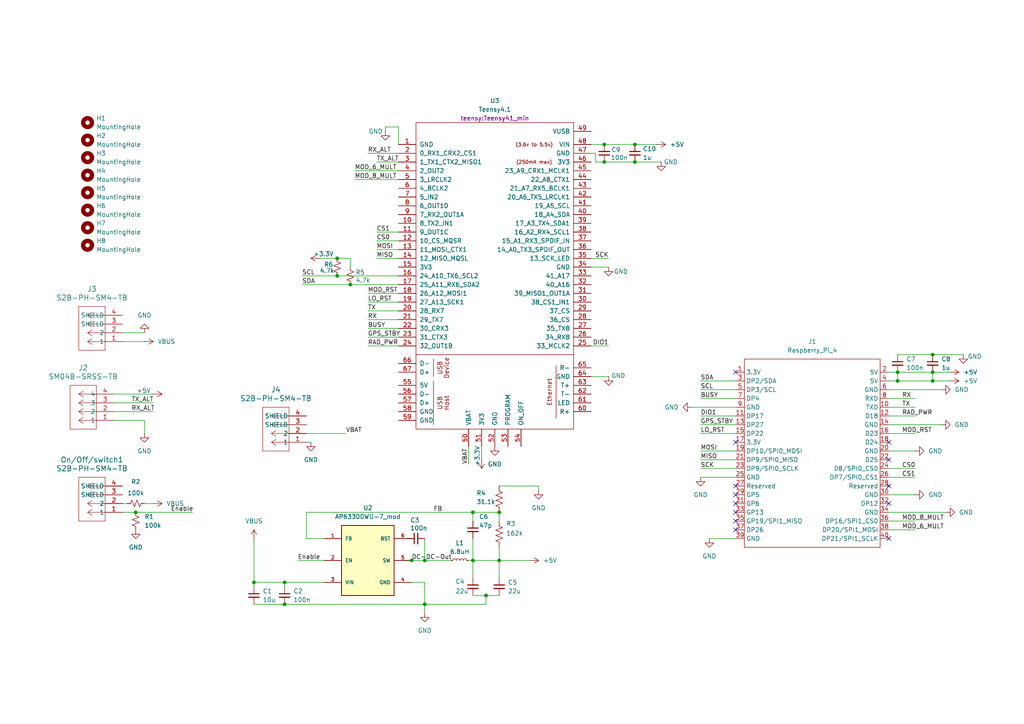
<source format=kicad_sch>
(kicad_sch (version 20231120) (generator "eeschema") (generator_version "8.0")
  (paper "A4")
  (lib_symbols
    (symbol "AP63300WU-7:AP63300WU-7_mod" (pin_names (offset 1.016))
      (property "Reference" "U4" (at 0 15.24 0))
      (property "Value" "AP63300WU-7_mod" (at 0 12.7 0))
      (symbol "AP63300WU-7_mod_0_0"
        (rectangle (start -7.62 -10.16) (end 7.62 10.16) (stroke (width 0.254)) (fill (type background)))
        (pin input line (at -12.7 6.35 0) (length 5.08) (name "FB") (number "1"))
        (pin input line (at -12.7 0 0) (length 5.08) (name "EN") (number "2"))
        (pin power_in line (at -12.7 -6.35 0) (length 5.08) (name "VIN") (number "3"))
        (pin power_in line (at 12.7 -6.35 180) (length 5.08) (name "GND") (number "4"))
        (pin output line (at 12.7 0 180) (length 5.08) (name "SW") (number "5"))
        (pin input line (at 12.7 6.35 180) (length 5.08) (name "BST") (number "6"))
      )
    )
    (symbol "Device:C_Small" (pin_numbers hide) (pin_names (offset 0.254) hide)
      (property "Reference" "C" (at 0.254 1.778 0))
      (property "Value" "C_Small" (at 0.254 -2.032 0))
      (symbol "C_Small_0_1"
        (polyline (pts (xy -1.524 -0.508) (xy 1.524 -0.508)) (stroke (width 0.3302)))
        (polyline (pts (xy -1.524 0.508) (xy 1.524 0.508)) (stroke (width 0.3048)))
      )
      (symbol "C_Small_1_1"
        (pin passive line (at 0 2.54 270) (length 2.032) (name "~") (number "1"))
        (pin passive line (at 0 -2.54 90) (length 2.032) (name "~") (number "2"))
      )
    )
    (symbol "Device:L_Small" (pin_numbers hide) (pin_names (offset 0.254) hide)
      (property "Reference" "L" (at 0.762 1.016 0))
      (property "Value" "L_Small" (at 0.762 -1.016 0))
      (symbol "L_Small_0_1"
        (arc (start 0 -2.032) (mid 0.5058 -1.524) (end 0 -1.016))
        (arc (start 0 -1.016) (mid 0.5058 -0.508) (end 0 0))
        (arc (start 0 0) (mid 0.5058 0.508) (end 0 1.016))
        (arc (start 0 1.016) (mid 0.5058 1.524) (end 0 2.032))
      )
      (symbol "L_Small_1_1"
        (pin passive line (at 0 2.54 270) (length 0.508) (name "~") (number "1"))
        (pin passive line (at 0 -2.54 90) (length 0.508) (name "~") (number "2"))
      )
    )
    (symbol "Device:R_Small_US" (pin_numbers hide) (pin_names (offset 0.254) hide)
      (property "Reference" "R" (at 0.762 0.508 0))
      (property "Value" "R_Small_US" (at 0.762 -1.016 0))
      (symbol "R_Small_US_1_1"
        (polyline (pts (xy 0 0) (xy 1.016 -0.381) (xy 0 -0.762) (xy -1.016 -1.143) (xy 0 -1.524)))
        (polyline (pts (xy 0 1.524) (xy 1.016 1.143) (xy 0 0.762) (xy -1.016 0.381) (xy 0 0)))
        (pin passive line (at 0 2.54 270) (length 1.016) (name "~") (number "1"))
        (pin passive line (at 0 -2.54 90) (length 1.016) (name "~") (number "2"))
      )
    )
    (symbol "Device:R_US" (pin_numbers hide) (pin_names (offset 0))
      (property "Reference" "R" (at 2.54 0 90))
      (property "Value" "R_US" (at -2.54 0 90))
      (symbol "R_US_0_1"
        (polyline (pts (xy 0 -2.286) (xy 0 -2.54)))
        (polyline (pts (xy 0 2.286) (xy 0 2.54)))
        (polyline (pts (xy 0 -0.762) (xy 1.016 -1.143) (xy 0 -1.524) (xy -1.016 -1.905) (xy 0 -2.286)))
        (polyline (pts (xy 0 0.762) (xy 1.016 0.381) (xy 0 0) (xy -1.016 -0.381) (xy 0 -0.762)))
        (polyline (pts (xy 0 2.286) (xy 1.016 1.905) (xy 0 1.524) (xy -1.016 1.143) (xy 0 0.762)))
      )
      (symbol "R_US_1_1"
        (pin passive line (at 0 3.81 270) (length 1.27) (name "~") (number "1"))
        (pin passive line (at 0 -3.81 90) (length 1.27) (name "~") (number "2"))
      )
    )
    (symbol "JST PH 2pin:S2B-PH-SM4-TB" (pin_names (offset 0.254))
      (property "Reference" "J" (at 8.89 6.35 0))
      (property "Value" "S2B-PH-SM4-TB" (at 0 0 0))
      (symbol "S2B-PH-SM4-TB_1_1"
        (polyline (pts (xy 5.08 -10.16) (xy 12.7 -10.16)) (stroke (width 0.127)))
        (polyline (pts (xy 5.08 2.54) (xy 5.08 -10.16)) (stroke (width 0.127)))
        (polyline (pts (xy 10.16 -7.62) (xy 5.08 -7.62)) (stroke (width 0.127)))
        (polyline (pts (xy 10.16 -7.62) (xy 8.89 -8.4667)) (stroke (width 0.127)))
        (polyline (pts (xy 10.16 -7.62) (xy 8.89 -6.7733)) (stroke (width 0.127)))
        (polyline (pts (xy 10.16 -5.08) (xy 5.08 -5.08)) (stroke (width 0.127)))
        (polyline (pts (xy 10.16 -5.08) (xy 8.89 -5.9267)) (stroke (width 0.127)))
        (polyline (pts (xy 10.16 -5.08) (xy 8.89 -4.2333)) (stroke (width 0.127)))
        (polyline (pts (xy 10.16 -2.54) (xy 5.08 -2.54)) (stroke (width 0.127)))
        (polyline (pts (xy 10.16 -2.54) (xy 8.89 -3.3867)) (stroke (width 0.127)))
        (polyline (pts (xy 10.16 -2.54) (xy 8.89 -1.6933)) (stroke (width 0.127)))
        (polyline (pts (xy 10.16 0) (xy 5.08 0)) (stroke (width 0.127)))
        (polyline (pts (xy 10.16 0) (xy 8.89 -0.8467)) (stroke (width 0.127)))
        (polyline (pts (xy 10.16 0) (xy 8.89 0.8467)) (stroke (width 0.127)))
        (polyline (pts (xy 12.7 -10.16) (xy 12.7 2.54)) (stroke (width 0.127)))
        (polyline (pts (xy 12.7 2.54) (xy 5.08 2.54)) (stroke (width 0.127)))
        (pin unspecified line (at 0 0 0) (length 5.08) (name "1") (number "1"))
        (pin unspecified line (at 0 -2.54 0) (length 5.08) (name "2") (number "2"))
        (pin unspecified line (at 0 -5.08 0) (length 5.08) (name "SHIELD") (number "3"))
        (pin unspecified line (at 0 -7.62 0) (length 5.08) (name "SHIELD") (number "4"))
      )
      (symbol "S2B-PH-SM4-TB_1_2"
        (polyline (pts (xy 5.08 -10.16) (xy 12.7 -10.16)) (stroke (width 0.127)))
        (polyline (pts (xy 5.08 2.54) (xy 5.08 -10.16)) (stroke (width 0.127)))
        (polyline (pts (xy 7.62 -7.62) (xy 5.08 -7.62)) (stroke (width 0.127)))
        (polyline (pts (xy 7.62 -7.62) (xy 8.89 -8.4667)) (stroke (width 0.127)))
        (polyline (pts (xy 7.62 -7.62) (xy 8.89 -6.7733)) (stroke (width 0.127)))
        (polyline (pts (xy 7.62 -5.08) (xy 5.08 -5.08)) (stroke (width 0.127)))
        (polyline (pts (xy 7.62 -5.08) (xy 8.89 -5.9267)) (stroke (width 0.127)))
        (polyline (pts (xy 7.62 -5.08) (xy 8.89 -4.2333)) (stroke (width 0.127)))
        (polyline (pts (xy 7.62 -2.54) (xy 5.08 -2.54)) (stroke (width 0.127)))
        (polyline (pts (xy 7.62 -2.54) (xy 8.89 -3.3867)) (stroke (width 0.127)))
        (polyline (pts (xy 7.62 -2.54) (xy 8.89 -1.6933)) (stroke (width 0.127)))
        (polyline (pts (xy 7.62 0) (xy 5.08 0)) (stroke (width 0.127)))
        (polyline (pts (xy 7.62 0) (xy 8.89 -0.8467)) (stroke (width 0.127)))
        (polyline (pts (xy 7.62 0) (xy 8.89 0.8467)) (stroke (width 0.127)))
        (polyline (pts (xy 12.7 -10.16) (xy 12.7 2.54)) (stroke (width 0.127)))
        (polyline (pts (xy 12.7 2.54) (xy 5.08 2.54)) (stroke (width 0.127)))
        (pin unspecified line (at 0 0 0) (length 5.08) (name "1") (number "1"))
        (pin unspecified line (at 0 -2.54 0) (length 5.08) (name "2") (number "2"))
        (pin unspecified line (at 0 -5.08 0) (length 5.08) (name "SHIELD") (number "3"))
        (pin unspecified line (at 0 -7.62 0) (length 5.08) (name "SHIELD") (number "4"))
      )
    )
    (symbol "JST SH 4pin:SM04B-SRSS-TB" (pin_names (offset 0.254))
      (property "Reference" "J" (at 8.89 6.35 0))
      (property "Value" "SM04B-SRSS-TB" (at 0 0 0))
      (symbol "SM04B-SRSS-TB_1_1"
        (polyline (pts (xy 5.08 -10.16) (xy 12.7 -10.16)) (stroke (width 0.127)))
        (polyline (pts (xy 5.08 2.54) (xy 5.08 -10.16)) (stroke (width 0.127)))
        (polyline (pts (xy 10.16 -7.62) (xy 5.08 -7.62)) (stroke (width 0.127)))
        (polyline (pts (xy 10.16 -7.62) (xy 8.89 -8.4667)) (stroke (width 0.127)))
        (polyline (pts (xy 10.16 -7.62) (xy 8.89 -6.7733)) (stroke (width 0.127)))
        (polyline (pts (xy 10.16 -5.08) (xy 5.08 -5.08)) (stroke (width 0.127)))
        (polyline (pts (xy 10.16 -5.08) (xy 8.89 -5.9267)) (stroke (width 0.127)))
        (polyline (pts (xy 10.16 -5.08) (xy 8.89 -4.2333)) (stroke (width 0.127)))
        (polyline (pts (xy 10.16 -2.54) (xy 5.08 -2.54)) (stroke (width 0.127)))
        (polyline (pts (xy 10.16 -2.54) (xy 8.89 -3.3867)) (stroke (width 0.127)))
        (polyline (pts (xy 10.16 -2.54) (xy 8.89 -1.6933)) (stroke (width 0.127)))
        (polyline (pts (xy 10.16 0) (xy 5.08 0)) (stroke (width 0.127)))
        (polyline (pts (xy 10.16 0) (xy 8.89 -0.8467)) (stroke (width 0.127)))
        (polyline (pts (xy 10.16 0) (xy 8.89 0.8467)) (stroke (width 0.127)))
        (polyline (pts (xy 12.7 -10.16) (xy 12.7 2.54)) (stroke (width 0.127)))
        (polyline (pts (xy 12.7 2.54) (xy 5.08 2.54)) (stroke (width 0.127)))
        (pin unspecified line (at 0 0 0) (length 5.08) (name "1") (number "1"))
        (pin unspecified line (at 0 -2.54 0) (length 5.08) (name "2") (number "2"))
        (pin unspecified line (at 0 -5.08 0) (length 5.08) (name "3") (number "3"))
        (pin unspecified line (at 0 -7.62 0) (length 5.08) (name "4") (number "4"))
      )
      (symbol "SM04B-SRSS-TB_1_2"
        (polyline (pts (xy 5.08 -10.16) (xy 12.7 -10.16)) (stroke (width 0.127)))
        (polyline (pts (xy 5.08 2.54) (xy 5.08 -10.16)) (stroke (width 0.127)))
        (polyline (pts (xy 7.62 -7.62) (xy 5.08 -7.62)) (stroke (width 0.127)))
        (polyline (pts (xy 7.62 -7.62) (xy 8.89 -8.4667)) (stroke (width 0.127)))
        (polyline (pts (xy 7.62 -7.62) (xy 8.89 -6.7733)) (stroke (width 0.127)))
        (polyline (pts (xy 7.62 -5.08) (xy 5.08 -5.08)) (stroke (width 0.127)))
        (polyline (pts (xy 7.62 -5.08) (xy 8.89 -5.9267)) (stroke (width 0.127)))
        (polyline (pts (xy 7.62 -5.08) (xy 8.89 -4.2333)) (stroke (width 0.127)))
        (polyline (pts (xy 7.62 -2.54) (xy 5.08 -2.54)) (stroke (width 0.127)))
        (polyline (pts (xy 7.62 -2.54) (xy 8.89 -3.3867)) (stroke (width 0.127)))
        (polyline (pts (xy 7.62 -2.54) (xy 8.89 -1.6933)) (stroke (width 0.127)))
        (polyline (pts (xy 7.62 0) (xy 5.08 0)) (stroke (width 0.127)))
        (polyline (pts (xy 7.62 0) (xy 8.89 -0.8467)) (stroke (width 0.127)))
        (polyline (pts (xy 7.62 0) (xy 8.89 0.8467)) (stroke (width 0.127)))
        (polyline (pts (xy 12.7 -10.16) (xy 12.7 2.54)) (stroke (width 0.127)))
        (polyline (pts (xy 12.7 2.54) (xy 5.08 2.54)) (stroke (width 0.127)))
        (pin unspecified line (at 0 0 0) (length 5.08) (name "1") (number "1"))
        (pin unspecified line (at 0 -2.54 0) (length 5.08) (name "2") (number "2"))
        (pin unspecified line (at 0 -5.08 0) (length 5.08) (name "3") (number "3"))
        (pin unspecified line (at 0 -7.62 0) (length 5.08) (name "4") (number "4"))
      )
    )
    (symbol "Mechanical:MountingHole" (pin_names (offset 1.016)) (exclude_from_sim yes) (in_bom no)
      (property "Reference" "H" (at 0 5.08 0))
      (property "Value" "MountingHole" (at 0 3.175 0))
      (symbol "MountingHole_0_1"
        (circle (center 0 0) (radius 1.27) (stroke (width 1.27)))
      )
    )
    (symbol "PI4:Raspberry_Pi_4_headers"
      (property "Reference" "J1" (at 0.635 34.29 0))
      (property "Value" "Raspberry_Pi_4" (at 0.635 31.75 0))
      (symbol "Raspberry_Pi_4_headers_0_1"
        (rectangle (start -19.05 29.21) (end 20.32 -25.4))
      )
      (symbol "Raspberry_Pi_4_headers_1_1"
        (pin power_in line (at -21.59 25.4 0) (length 2.54) (name "3.3V") (number "1"))
        (pin bidirectional line (at 22.86 15.24 180) (length 2.54) (name "TXD") (number "10"))
        (pin bidirectional line (at -21.59 12.7 0) (length 2.54) (name "DP17") (number "11"))
        (pin bidirectional line (at 22.86 12.7 180) (length 2.54) (name "D18") (number "12"))
        (pin bidirectional line (at -21.59 10.16 0) (length 2.54) (name "DP27") (number "13"))
        (pin power_in line (at 22.86 10.16 180) (length 2.54) (name "GND") (number "14"))
        (pin bidirectional line (at -21.59 7.62 0) (length 2.54) (name "DP22") (number "15"))
        (pin bidirectional line (at 22.86 7.62 180) (length 2.54) (name "D23") (number "16"))
        (pin power_in line (at -21.59 5.08 0) (length 2.54) (name "3.3V") (number "17"))
        (pin bidirectional line (at 22.86 5.08 180) (length 2.54) (name "D24") (number "18"))
        (pin bidirectional line (at -21.59 2.54 0) (length 2.54) (name "DP10/SPI0_MOSI") (number "19"))
        (pin power_in line (at 22.86 25.4 180) (length 2.54) (name "5V") (number "2"))
        (pin power_in line (at 22.86 2.54 180) (length 2.54) (name "GND") (number "20"))
        (pin bidirectional line (at -21.59 0 0) (length 2.54) (name "DP9/SPI0_MISO") (number "21"))
        (pin bidirectional line (at 22.86 0 180) (length 2.54) (name "D25") (number "22"))
        (pin bidirectional line (at -21.59 -2.54 0) (length 2.54) (name "DP9/SPI0_SCLK") (number "23"))
        (pin bidirectional line (at 22.86 -2.54 180) (length 2.54) (name "D8/SPI0_CS0") (number "24"))
        (pin power_in line (at -21.59 -5.08 0) (length 2.54) (name "GND") (number "25"))
        (pin bidirectional line (at 22.86 -5.08 180) (length 2.54) (name "DP7/SPI0_CS1") (number "26"))
        (pin bidirectional line (at -21.59 -7.62 0) (length 2.54) (name "Reserved") (number "27"))
        (pin no_connect line (at 22.86 -7.62 180) (length 2.54) (name "Reserved") (number "28"))
        (pin bidirectional line (at -21.59 -10.16 0) (length 2.54) (name "GP5") (number "29"))
        (pin bidirectional line (at -21.59 22.86 0) (length 2.54) (name "DP2/SDA") (number "3"))
        (pin power_in line (at 22.86 -10.16 180) (length 2.54) (name "GND") (number "30"))
        (pin bidirectional line (at -21.59 -12.7 0) (length 2.54) (name "GP6") (number "31"))
        (pin bidirectional line (at 22.86 -12.7 180) (length 2.54) (name "DP12") (number "32"))
        (pin bidirectional line (at -21.59 -15.24 0) (length 2.54) (name "GP13") (number "33"))
        (pin power_in line (at 22.86 -15.24 180) (length 2.54) (name "GND") (number "34"))
        (pin bidirectional line (at -21.59 -17.78 0) (length 2.54) (name "GP19/SPI1_MISO") (number "35"))
        (pin bidirectional line (at 22.86 -17.78 180) (length 2.54) (name "DP16/SPI1_CS0") (number "36"))
        (pin bidirectional line (at -21.59 -20.32 0) (length 2.54) (name "DP26") (number "37"))
        (pin bidirectional line (at 22.86 -20.32 180) (length 2.54) (name "DP20/SPI1_MOSI") (number "38"))
        (pin bidirectional line (at -21.59 -22.86 0) (length 2.54) (name "GND") (number "39"))
        (pin power_in line (at 22.86 22.86 180) (length 2.54) (name "5V") (number "4"))
        (pin bidirectional line (at 22.86 -22.86 180) (length 2.54) (name "DP21/SPI1_SCLK") (number "40"))
        (pin bidirectional line (at -21.59 20.32 0) (length 2.54) (name "DP3/SCL") (number "5"))
        (pin power_in line (at 22.86 20.32 180) (length 2.54) (name "GND") (number "6"))
        (pin bidirectional line (at -21.59 17.78 0) (length 2.54) (name "DP4") (number "7"))
        (pin bidirectional line (at 22.86 17.78 180) (length 2.54) (name "RXD") (number "8"))
        (pin power_in line (at -21.59 15.24 0) (length 2.54) (name "GND") (number "9"))
      )
    )
    (symbol "power:+3.3V" (power) (pin_numbers hide) (pin_names (offset 0) hide)
      (property "Value" "+3.3V" (at 0 3.556 0))
      (symbol "+3.3V_0_1"
        (polyline (pts (xy -0.762 1.27) (xy 0 2.54)))
        (polyline (pts (xy 0 0) (xy 0 2.54)))
        (polyline (pts (xy 0 2.54) (xy 0.762 1.27)))
      )
      (symbol "+3.3V_1_1"
        (pin power_in line (at 0 0 90) (length 0) (name "~") (number "1"))
      )
    )
    (symbol "power:+5V" (power) (pin_numbers hide) (pin_names (offset 0) hide)
      (property "Value" "+5V" (at 0 3.556 0))
      (symbol "+5V_0_1"
        (polyline (pts (xy -0.762 1.27) (xy 0 2.54)))
        (polyline (pts (xy 0 0) (xy 0 2.54)))
        (polyline (pts (xy 0 2.54) (xy 0.762 1.27)))
      )
      (symbol "+5V_1_1"
        (pin power_in line (at 0 0 90) (length 0) (name "~") (number "1"))
      )
    )
    (symbol "power:GND" (power) (pin_numbers hide) (pin_names (offset 0) hide)
      (property "Value" "GND" (at 0 -3.81 0))
      (symbol "GND_0_1"
        (polyline (pts (xy 0 0) (xy 0 -1.27) (xy 1.27 -1.27) (xy 0 -2.54) (xy -1.27 -1.27) (xy 0 -1.27)))
      )
      (symbol "GND_1_1"
        (pin power_in line (at 0 0 270) (length 0) (name "~") (number "1"))
      )
    )
    (symbol "power:VBUS" (power) (pin_numbers hide) (pin_names (offset 0) hide)
      (property "Value" "VBUS" (at 0 3.556 0))
      (symbol "VBUS_0_1"
        (polyline (pts (xy -0.762 1.27) (xy 0 2.54)))
        (polyline (pts (xy 0 0) (xy 0 2.54)))
        (polyline (pts (xy 0 2.54) (xy 0.762 1.27)))
      )
      (symbol "VBUS_1_1"
        (pin power_in line (at 0 0 90) (length 0) (name "~") (number "1"))
      )
    )
    (symbol "teensy:Teensy4.1" (pin_names (offset 1.016))
      (property "Reference" "U" (at 0 64.77 0))
      (property "Value" "Teensy4.1" (at 0 62.23 0))
      (symbol "Teensy4.1_0_0"
        (polyline (pts (xy -22.86 -6.35) (xy 22.86 -6.35)))
        (polyline (pts (xy -17.78 -26.67) (xy -17.78 -13.97)))
        (polyline (pts (xy -17.78 -7.62) (xy -17.78 -12.7)))
        (polyline (pts (xy 17.78 -9.525) (xy 17.78 -24.765)))
        (text "(250mA max)" (at 11.43 49.53 0) (effects (font (size 1.016 1.016))))
        (text "(3.6v to 5.5v)" (at 11.43 54.61 0) (effects (font (size 1.016 1.016))))
        (text "Device" (at -13.97 -10.16 900) (effects (font (size 1.27 1.27))))
        (text "Ethernet" (at 15.875 -17.145 900) (effects (font (size 1.27 1.27))))
        (text "Host" (at -13.97 -20.32 900) (effects (font (size 1.27 1.27))))
        (text "USB" (at -15.875 -20.32 900) (effects (font (size 1.27 1.27))))
        (text "USB" (at -15.875 -10.16 900) (effects (font (size 1.27 1.27))))
        (pin bidirectional line (at -27.94 31.75 0) (length 5.08) (name "8_TX2_IN1") (number "10"))
        (pin bidirectional line (at -27.94 29.21 0) (length 5.08) (name "9_OUT1C") (number "11"))
        (pin bidirectional line (at -27.94 26.67 0) (length 5.08) (name "10_CS_MQSR") (number "12"))
        (pin bidirectional line (at -27.94 24.13 0) (length 5.08) (name "11_MOSI_CTX1") (number "13"))
        (pin bidirectional line (at -27.94 21.59 0) (length 5.08) (name "12_MISO_MQSL") (number "14"))
        (pin power_in line (at -27.94 19.05 0) (length 5.08) (name "3V3") (number "15"))
        (pin bidirectional line (at -27.94 16.51 0) (length 5.08) (name "24_A10_TX6_SCL2") (number "16"))
        (pin bidirectional line (at -27.94 13.97 0) (length 5.08) (name "25_A11_RX6_SDA2") (number "17"))
        (pin bidirectional line (at -27.94 11.43 0) (length 5.08) (name "26_A12_MOSI1") (number "18"))
        (pin bidirectional line (at -27.94 8.89 0) (length 5.08) (name "27_A13_SCK1") (number "19"))
        (pin bidirectional line (at -27.94 6.35 0) (length 5.08) (name "28_RX7") (number "20"))
        (pin bidirectional line (at -27.94 3.81 0) (length 5.08) (name "29_TX7") (number "21"))
        (pin bidirectional line (at -27.94 1.27 0) (length 5.08) (name "30_CRX3") (number "22"))
        (pin bidirectional line (at -27.94 -1.27 0) (length 5.08) (name "31_CTX3") (number "23"))
        (pin bidirectional line (at -27.94 -3.81 0) (length 5.08) (name "32_OUT1B") (number "24"))
        (pin bidirectional line (at 27.94 -3.81 180) (length 5.08) (name "33_MCLK2") (number "25"))
        (pin bidirectional line (at 27.94 -1.27 180) (length 5.08) (name "34_RX8") (number "26"))
        (pin bidirectional line (at 27.94 1.27 180) (length 5.08) (name "35_TX8") (number "27"))
        (pin bidirectional line (at 27.94 3.81 180) (length 5.08) (name "36_CS") (number "28"))
        (pin bidirectional line (at 27.94 6.35 180) (length 5.08) (name "37_CS") (number "29"))
        (pin bidirectional line (at 27.94 8.89 180) (length 5.08) (name "38_CS1_IN1") (number "30"))
        (pin bidirectional line (at 27.94 11.43 180) (length 5.08) (name "39_MISO1_OUT1A") (number "31"))
        (pin bidirectional line (at 27.94 13.97 180) (length 5.08) (name "40_A16") (number "32"))
        (pin bidirectional line (at 27.94 16.51 180) (length 5.08) (name "41_A17") (number "33"))
        (pin bidirectional line (at 27.94 21.59 180) (length 5.08) (name "13_SCK_LED") (number "35"))
        (pin bidirectional line (at 27.94 24.13 180) (length 5.08) (name "14_A0_TX3_SPDIF_OUT") (number "36"))
        (pin bidirectional line (at 27.94 26.67 180) (length 5.08) (name "15_A1_RX3_SPDIF_IN") (number "37"))
        (pin bidirectional line (at 27.94 29.21 180) (length 5.08) (name "16_A2_RX4_SCL1") (number "38"))
        (pin bidirectional line (at 27.94 31.75 180) (length 5.08) (name "17_A3_TX4_SDA1") (number "39"))
        (pin bidirectional line (at 27.94 34.29 180) (length 5.08) (name "18_A4_SDA") (number "40"))
        (pin bidirectional line (at 27.94 36.83 180) (length 5.08) (name "19_A5_SCL") (number "41"))
        (pin bidirectional line (at 27.94 39.37 180) (length 5.08) (name "20_A6_TX5_LRCLK1") (number "42"))
        (pin bidirectional line (at 27.94 41.91 180) (length 5.08) (name "21_A7_RX5_BCLK1") (number "43"))
        (pin bidirectional line (at 27.94 44.45 180) (length 5.08) (name "22_A8_CTX1") (number "44"))
        (pin bidirectional line (at 27.94 46.99 180) (length 5.08) (name "23_A9_CRX1_MCLK1") (number "45"))
        (pin output line (at 27.94 49.53 180) (length 5.08) (name "3V3") (number "46"))
        (pin output line (at 27.94 52.07 180) (length 5.08) (name "GND") (number "47"))
        (pin power_in line (at 27.94 54.61 180) (length 5.08) (name "VIN") (number "48"))
        (pin power_out line (at 27.94 58.42 180) (length 5.08) (name "VUSB") (number "49"))
        (pin bidirectional line (at -27.94 44.45 0) (length 5.08) (name "3_LRCLK2") (number "5"))
        (pin power_in line (at -7.62 -33.02 90) (length 5.08) (name "VBAT") (number "50"))
        (pin power_in line (at -3.81 -33.02 90) (length 5.08) (name "3V3") (number "51"))
        (pin input line (at 0 -33.02 90) (length 5.08) (name "GND") (number "52"))
        (pin input line (at 3.81 -33.02 90) (length 5.08) (name "PROGRAM") (number "53"))
        (pin input line (at 7.62 -33.02 90) (length 5.08) (name "ON_OFF") (number "54"))
        (pin power_out line (at -27.94 -15.24 0) (length 5.08) (name "5V") (number "55"))
        (pin bidirectional line (at -27.94 -17.78 0) (length 5.08) (name "D-") (number "56"))
        (pin bidirectional line (at -27.94 -20.32 0) (length 5.08) (name "D+") (number "57"))
        (pin power_in line (at -27.94 -22.86 0) (length 5.08) (name "GND") (number "58"))
        (pin power_in line (at -27.94 -25.4 0) (length 5.08) (name "GND") (number "59"))
        (pin bidirectional line (at -27.94 41.91 0) (length 5.08) (name "4_BCLK2") (number "6"))
        (pin bidirectional line (at 27.94 -22.86 180) (length 5.08) (name "R+") (number "60"))
        (pin bidirectional line (at 27.94 -20.32 180) (length 5.08) (name "LED") (number "61"))
        (pin bidirectional line (at 27.94 -17.78 180) (length 5.08) (name "T-") (number "62"))
        (pin bidirectional line (at 27.94 -15.24 180) (length 5.08) (name "T+") (number "63"))
        (pin power_in line (at 27.94 -12.7 180) (length 5.08) (name "GND") (number "64"))
        (pin bidirectional line (at 27.94 -10.16 180) (length 5.08) (name "R-") (number "65"))
        (pin bidirectional line (at -27.94 -8.89 0) (length 5.08) (name "D-") (number "66"))
        (pin bidirectional line (at -27.94 -11.43 0) (length 5.08) (name "D+") (number "67"))
        (pin bidirectional line (at -27.94 39.37 0) (length 5.08) (name "5_IN2") (number "7"))
        (pin bidirectional line (at -27.94 36.83 0) (length 5.08) (name "6_OUT1D") (number "8"))
        (pin bidirectional line (at -27.94 34.29 0) (length 5.08) (name "7_RX2_OUT1A") (number "9"))
      )
      (symbol "Teensy4.1_0_1"
        (rectangle (start -22.86 60.96) (end 22.86 -27.94))
        (rectangle (start -20.32 -1.27) (end -20.32 -1.27))
      )
      (symbol "Teensy4.1_1_1"
        (pin power_in line (at -27.94 54.61 0) (length 5.08) (name "GND") (number "1"))
        (pin bidirectional line (at -27.94 52.07 0) (length 5.08) (name "0_RX1_CRX2_CS1") (number "2"))
        (pin bidirectional line (at -27.94 49.53 0) (length 5.08) (name "1_TX1_CTX2_MISO1") (number "3"))
        (pin power_in line (at 27.94 19.05 180) (length 5.08) (name "GND") (number "34"))
        (pin bidirectional line (at -27.94 46.99 0) (length 5.08) (name "2_OUT2") (number "4"))
      )
    )
  )
  (junction (at 270.51 107.95))
  (junction (at 97.79 80.01))
  (junction (at 82.55 175.26))
  (junction (at 144.78 148.59))
  (junction (at 123.19 175.26))
  (junction (at 184.15 46.99))
  (junction (at 97.79 74.93))
  (junction (at 137.16 148.59))
  (junction (at 82.55 168.91))
  (junction (at 73.66 168.91))
  (junction (at 39.37 148.59))
  (junction (at 260.35 110.49))
  (junction (at 137.16 162.56))
  (junction (at 140.97 172.72))
  (junction (at 119.38 162.56))
  (junction (at 270.51 110.49))
  (junction (at 123.19 162.56))
  (junction (at 270.51 102.87))
  (junction (at 260.35 107.95))
  (junction (at 101.6 82.55))
  (junction (at 184.15 41.91))
  (junction (at 144.78 162.56))
  (junction (at 175.26 46.99))
  (junction (at 175.26 41.91))
  (no_connect (at 213.36 107.95))
  (no_connect (at 213.36 140.97))
  (no_connect (at 213.36 148.59))
  (no_connect (at 213.36 151.13))
  (no_connect (at 257.81 140.97))
  (no_connect (at 213.36 153.67))
  (no_connect (at 257.81 146.05))
  (no_connect (at 213.36 128.27))
  (no_connect (at 257.81 128.27))
  (no_connect (at 257.81 133.35))
  (no_connect (at 213.36 143.51))
  (no_connect (at 257.81 156.21))
  (no_connect (at 213.36 146.05))
  (wire (pts (xy 175.26 41.91) (xy 184.15 41.91)))
  (wire (pts (xy 97.79 80.01) (xy 115.57 80.01)))
  (wire (pts (xy 123.19 168.91) (xy 119.38 168.91)))
  (wire (pts (xy 101.6 82.55) (xy 115.57 82.55)))
  (wire (pts (xy 257.81 151.13) (xy 265.43 151.13)))
  (wire (pts (xy 123.19 175.26) (xy 123.19 168.91)))
  (wire (pts (xy 111.76 36.83) (xy 115.57 36.83)))
  (wire (pts (xy 176.53 74.93) (xy 171.45 74.93)))
  (wire (pts (xy 203.2 135.89) (xy 213.36 135.89)))
  (wire (pts (xy 270.51 107.95) (xy 270.51 110.49)))
  (wire (pts (xy 176.53 109.22) (xy 171.45 109.22)))
  (wire (pts (xy 35.56 96.52) (xy 41.91 96.52)))
  (wire (pts (xy 257.81 130.81) (xy 265.43 130.81)))
  (wire (pts (xy 109.22 46.99) (xy 115.57 46.99)))
  (wire (pts (xy 172.72 46.99) (xy 172.72 44.45)))
  (wire (pts (xy 184.15 41.91) (xy 190.5 41.91)))
  (wire (pts (xy 260.35 107.95) (xy 260.35 110.49)))
  (wire (pts (xy 257.81 135.89) (xy 265.43 135.89)))
  (wire (pts (xy 203.2 138.43) (xy 213.36 138.43)))
  (wire (pts (xy 203.2 110.49) (xy 213.36 110.49)))
  (wire (pts (xy 102.87 49.53) (xy 115.57 49.53)))
  (wire (pts (xy 137.16 148.59) (xy 137.16 151.13)))
  (wire (pts (xy 144.78 162.56) (xy 153.67 162.56)))
  (wire (pts (xy 33.02 116.84) (xy 44.45 116.84)))
  (wire (pts (xy 106.68 44.45) (xy 115.57 44.45)))
  (wire (pts (xy 33.02 114.3) (xy 44.45 114.3)))
  (wire (pts (xy 137.16 148.59) (xy 144.78 148.59)))
  (wire (pts (xy 109.22 72.39) (xy 115.57 72.39)))
  (wire (pts (xy 257.81 123.19) (xy 273.05 123.19)))
  (wire (pts (xy 270.51 107.95) (xy 275.59 107.95)))
  (wire (pts (xy 106.68 92.71) (xy 115.57 92.71)))
  (wire (pts (xy 257.81 153.67) (xy 265.43 153.67)))
  (wire (pts (xy 82.55 175.26) (xy 123.19 175.26)))
  (wire (pts (xy 171.45 100.33) (xy 176.53 100.33)))
  (wire (pts (xy 257.81 113.03) (xy 273.05 113.03)))
  (wire (pts (xy 33.02 119.38) (xy 44.45 119.38)))
  (wire (pts (xy 257.81 125.73) (xy 265.43 125.73)))
  (wire (pts (xy 39.37 148.59) (xy 55.88 148.59)))
  (wire (pts (xy 260.35 110.49) (xy 270.51 110.49)))
  (wire (pts (xy 203.2 123.19) (xy 213.36 123.19)))
  (wire (pts (xy 73.66 168.91) (xy 73.66 170.18)))
  (wire (pts (xy 123.19 162.56) (xy 130.81 162.56)))
  (wire (pts (xy 119.38 156.21) (xy 118.11 156.21)))
  (wire (pts (xy 184.15 46.99) (xy 191.77 46.99)))
  (wire (pts (xy 144.78 162.56) (xy 144.78 167.64)))
  (wire (pts (xy 35.56 148.59) (xy 39.37 148.59)))
  (wire (pts (xy 140.97 172.72) (xy 144.78 172.72)))
  (wire (pts (xy 87.63 80.01) (xy 97.79 80.01)))
  (wire (pts (xy 106.68 97.79) (xy 115.57 97.79)))
  (wire (pts (xy 135.89 162.56) (xy 137.16 162.56)))
  (wire (pts (xy 123.19 175.26) (xy 140.97 175.26)))
  (wire (pts (xy 88.9 148.59) (xy 137.16 148.59)))
  (wire (pts (xy 140.97 172.72) (xy 140.97 175.26)))
  (wire (pts (xy 73.66 168.91) (xy 82.55 168.91)))
  (wire (pts (xy 144.78 140.97) (xy 156.21 140.97)))
  (wire (pts (xy 203.2 133.35) (xy 213.36 133.35)))
  (wire (pts (xy 111.76 38.1) (xy 111.76 36.83)))
  (wire (pts (xy 175.26 46.99) (xy 172.72 46.99)))
  (wire (pts (xy 171.45 41.91) (xy 175.26 41.91)))
  (wire (pts (xy 109.22 67.31) (xy 115.57 67.31)))
  (wire (pts (xy 88.9 125.73) (xy 100.33 125.73)))
  (wire (pts (xy 41.91 125.73) (xy 41.91 121.92)))
  (wire (pts (xy 257.81 107.95) (xy 260.35 107.95)))
  (wire (pts (xy 87.63 82.55) (xy 101.6 82.55)))
  (wire (pts (xy 86.36 162.56) (xy 93.98 162.56)))
  (wire (pts (xy 92.71 74.93) (xy 97.79 74.93)))
  (wire (pts (xy 203.2 115.57) (xy 213.36 115.57)))
  (wire (pts (xy 257.81 148.59) (xy 274.32 148.59)))
  (wire (pts (xy 184.15 46.99) (xy 175.26 46.99)))
  (wire (pts (xy 257.81 110.49) (xy 260.35 110.49)))
  (wire (pts (xy 115.57 36.83) (xy 115.57 41.91)))
  (wire (pts (xy 82.55 168.91) (xy 82.55 170.18)))
  (wire (pts (xy 203.2 125.73) (xy 213.36 125.73)))
  (wire (pts (xy 176.53 77.47) (xy 171.45 77.47)))
  (wire (pts (xy 123.19 175.26) (xy 123.19 177.8)))
  (wire (pts (xy 97.79 74.93) (xy 101.6 74.93)))
  (wire (pts (xy 270.51 110.49) (xy 275.59 110.49)))
  (wire (pts (xy 137.16 162.56) (xy 144.78 162.56)))
  (wire (pts (xy 156.21 140.97) (xy 156.21 142.24)))
  (wire (pts (xy 137.16 172.72) (xy 140.97 172.72)))
  (wire (pts (xy 203.2 120.65) (xy 213.36 120.65)))
  (wire (pts (xy 257.81 143.51) (xy 265.43 143.51)))
  (wire (pts (xy 270.51 102.87) (xy 279.4 102.87)))
  (wire (pts (xy 106.68 95.25) (xy 115.57 95.25)))
  (wire (pts (xy 73.66 156.21) (xy 73.66 168.91)))
  (wire (pts (xy 123.19 156.21) (xy 123.19 162.56)))
  (wire (pts (xy 137.16 167.64) (xy 137.16 162.56)))
  (wire (pts (xy 119.38 162.56) (xy 123.19 162.56)))
  (wire (pts (xy 116.84 162.56) (xy 119.38 162.56)))
  (wire (pts (xy 205.74 156.21) (xy 213.36 156.21)))
  (wire (pts (xy 260.35 102.87) (xy 270.51 102.87)))
  (wire (pts (xy 257.81 115.57) (xy 265.43 115.57)))
  (wire (pts (xy 203.2 130.81) (xy 213.36 130.81)))
  (wire (pts (xy 257.81 118.11) (xy 265.43 118.11)))
  (wire (pts (xy 88.9 156.21) (xy 88.9 148.59)))
  (wire (pts (xy 106.68 90.17) (xy 115.57 90.17)))
  (wire (pts (xy 35.56 99.06) (xy 41.91 99.06)))
  (wire (pts (xy 137.16 156.21) (xy 137.16 162.56)))
  (wire (pts (xy 135.89 129.54) (xy 135.89 134.62)))
  (wire (pts (xy 144.78 158.75) (xy 144.78 162.56)))
  (wire (pts (xy 82.55 168.91) (xy 93.98 168.91)))
  (wire (pts (xy 102.87 52.07) (xy 115.57 52.07)))
  (wire (pts (xy 106.68 100.33) (xy 115.57 100.33)))
  (wire (pts (xy 109.22 69.85) (xy 115.57 69.85)))
  (wire (pts (xy 144.78 148.59) (xy 144.78 151.13)))
  (wire (pts (xy 88.9 156.21) (xy 93.98 156.21)))
  (wire (pts (xy 200.66 118.11) (xy 213.36 118.11)))
  (wire (pts (xy 109.22 74.93) (xy 115.57 74.93)))
  (wire (pts (xy 257.81 120.65) (xy 265.43 120.65)))
  (wire (pts (xy 172.72 44.45) (xy 171.45 44.45)))
  (wire (pts (xy 106.68 87.63) (xy 115.57 87.63)))
  (wire (pts (xy 203.2 113.03) (xy 213.36 113.03)))
  (wire (pts (xy 257.81 138.43) (xy 265.43 138.43)))
  (wire (pts (xy 73.66 175.26) (xy 82.55 175.26)))
  (wire (pts (xy 88.9 128.27) (xy 90.17 128.27)))
  (wire (pts (xy 139.7 133.35) (xy 139.7 129.54)))
  (wire (pts (xy 35.56 146.05) (xy 36.83 146.05)))
  (wire (pts (xy 106.68 85.09) (xy 115.57 85.09)))
  (wire (pts (xy 33.02 121.92) (xy 41.91 121.92)))
  (wire (pts (xy 101.6 74.93) (xy 101.6 77.47)))
  (wire (pts (xy 41.91 146.05) (xy 44.45 146.05)))
  (wire (pts (xy 260.35 107.95) (xy 270.51 107.95)))
  (label "DC-DC-Out" (at 119.38 162.56 0))
  (label "MOD_RST" (at 106.68 85.09 0))
  (label "SDA" (at 203.2 110.49 0))
  (label "MISO" (at 109.22 74.93 0))
  (label "LO_RST" (at 203.2 125.73 0))
  (label "LO_RST" (at 106.68 87.63 0))
  (label "MISO" (at 203.2 133.35 0))
  (label "MOSI" (at 203.2 130.81 0))
  (label "RAD_PWR" (at 261.62 120.65 0))
  (label "SDA" (at 87.63 82.55 0))
  (label "VBAT" (at 135.89 134.62 90))
  (label "BUSY" (at 106.68 95.25 0))
  (label "MOD_RST" (at 261.62 125.73 0))
  (label "CS1" (at 109.22 67.31 0))
  (label "RAD_PWR" (at 106.68 100.33 0))
  (label "MOD_6_MULT" (at 102.87 49.53 0))
  (label "FB" (at 125.73 148.59 0))
  (label "DIO1" (at 203.2 120.65 0))
  (label "RX" (at 106.68 92.71 0))
  (label "TX" (at 106.68 90.17 0))
  (label "RX_ALT" (at 38.1 119.38 0))
  (label "GPS_STBY" (at 203.2 123.19 0))
  (label "MOD_8_MULT" (at 261.62 151.13 0))
  (label "MOD_8_MULT" (at 102.87 52.07 0))
  (label "TX_ALT" (at 38.1 116.84 0))
  (label "SCL" (at 87.63 80.01 0))
  (label "CS0" (at 109.22 69.85 0))
  (label "SCK" (at 203.2 135.89 0))
  (label "SCL" (at 203.2 113.03 0))
  (label "TX_ALT" (at 109.22 46.99 0))
  (label "CS0" (at 261.62 135.89 0))
  (label "GPS_STBY" (at 106.68 97.79 0))
  (label "Enable" (at 86.36 162.56 0))
  (label "MOSI" (at 109.22 72.39 0))
  (label "MOD_6_MULT" (at 261.62 153.67 0))
  (label "RX_ALT" (at 106.68 44.45 0))
  (label "RX" (at 261.62 115.57 0))
  (label "CS1" (at 261.62 138.43 0))
  (label "DIO1" (at 176.53 100.33 180))
  (label "VBAT" (at 100.33 125.73 0))
  (label "SCK" (at 176.53 74.93 180))
  (label "BUSY" (at 203.2 115.57 0))
  (label "Enable" (at 49.53 148.59 0))
  (label "TX" (at 261.62 118.11 0))
  (symbol (lib_id "power:+3.3V") (at 139.7 133.35 180) (unit 1)
    (property "Reference" "#PWR15" (effects (hide yes)))
    (property "Value" "+3.3V" (at 138.43 129.286 90) (effects (justify left)))
    (property "Description" "Power symbol creates a global label with name \"+3.3V\"" (effects (hide yes)))
  )
  (symbol (lib_id "Device:R_Small_US") (at 97.79 77.47 0) (unit 1)
    (property "Reference" "R6" (at 93.98 76.708 0) (effects (justify left)))
    (property "Value" "4.7k" (at 92.71 78.486 0) (effects (justify left)))
    (property "Footprint" "Resistor_SMD:R_0402_1005Metric" (effects (hide yes)))
    (property "Description" "Resistor, small US symbol" (effects (hide yes)))
  )
  (symbol (lib_id "power:+5V") (at 153.67 162.56 270) (unit 1)
    (property "Reference" "#PWR03" (effects (hide yes)))
    (property "Value" "+5V" (at 157.48 162.5599 90) (effects (justify left)))
    (property "Description" "Power symbol creates a global label with name \"+5V\"" (effects (hide yes)))
  )
  (symbol (lib_id "PI4:Raspberry_Pi_4_headers") (at 234.95 133.35 0) (unit 1)
    (property "Reference" "J1" (at 235.585 99.06 0))
    (property "Value" "Raspberry_Pi_4" (at 235.585 101.6 0))
    (property "Footprint" "TF:PinHeader_2x20_P2.54mm_Vertical_receiver" (effects (hide yes)))
    (property "Description" "expansion header for Raspberry Pi 4" (effects (hide yes)))
  )
  (symbol (lib_id "Device:R_Small_US") (at 39.37 146.05 90) (unit 1)
    (property "Reference" "R2" (at 39.37 139.7 90))
    (property "Value" "100k" (at 39.37 143.002 90))
    (property "Footprint" "Resistor_SMD:R_0402_1005Metric_Pad0.72x0.64mm_HandSolder" (effects (hide yes)))
    (property "Description" "Resistor, small US symbol" (effects (hide yes)))
  )
  (symbol (lib_id "JST PH 2pin:S2B-PH-SM4-TB") (at 35.56 99.06 180) (unit 1)
    (property "Reference" "J3" (at 26.67 83.82 0) (effects (font (size 1.524 1.524))))
    (property "Value" "S2B-PH-SM4-TB" (at 26.67 86.36 0) (effects (font (size 1.524 1.524))))
    (property "Footprint" "JST PH 2pin:CONN_S2B-PH-SM4-TB_JST" (effects (hide yes)))
    (property "Datasheet" "S2B-PH-SM4-TB" (effects (hide yes)))
  )
  (symbol (lib_id "power:GND") (at 203.2 138.43 0) (unit 1)
    (property "Reference" "#PWR05" (effects (hide yes)))
    (property "Value" "GND" (at 203.2 143.51 0))
    (property "Description" "Power symbol creates a global label with name \"GND\" , ground" (effects (hide yes)))
  )
  (symbol (lib_id "Device:R_Small_US") (at 101.6 80.01 0) (unit 1)
    (property "Reference" "R5" (at 103.124 78.994 0) (effects (justify left)))
    (property "Value" "4.7k" (at 103.124 81.28 0) (effects (justify left)))
    (property "Footprint" "Resistor_SMD:R_0402_1005Metric" (effects (hide yes)))
    (property "Description" "Resistor, small US symbol" (effects (hide yes)))
  )
  (symbol (lib_id "power:+5V") (at 275.59 110.49 270) (unit 1)
    (property "Reference" "#PWR011" (effects (hide yes)))
    (property "Value" "+5V" (at 279.4 110.4899 90) (effects (justify left)))
    (property "Description" "Power symbol creates a global label with name \"+5V\"" (effects (hide yes)))
  )
  (symbol (lib_id "power:GND") (at 176.53 77.47 0) (unit 1)
    (property "Reference" "#PWR27" (effects (hide yes)))
    (property "Value" "GND" (at 180.086 78.74 0))
    (property "Description" "Power symbol creates a global label with name \"GND\" , ground" (effects (hide yes)))
  )
  (symbol (lib_id "power:+5V") (at 275.59 107.95 270) (unit 1)
    (property "Reference" "#PWR012" (effects (hide yes)))
    (property "Value" "+5V" (at 279.4 107.9499 90) (effects (justify left)))
    (property "Description" "Power symbol creates a global label with name \"+5V\"" (effects (hide yes)))
  )
  (symbol (lib_id "power:VBUS") (at 73.66 156.21 0) (unit 1)
    (property "Reference" "#PWR01" (effects (hide yes)))
    (property "Value" "VBUS" (at 73.66 151.13 0))
    (property "Description" "Power symbol creates a global label with name \"VBUS\"" (effects (hide yes)))
  )
  (symbol (lib_id "Device:R_US") (at 144.78 154.94 0) (unit 1)
    (property "Reference" "R3" (at 146.812 151.892 0) (effects (justify left)))
    (property "Value" "162k" (at 146.812 154.686 0) (effects (justify left)))
    (property "Footprint" "Resistor_SMD:R_0402_1005Metric_Pad0.72x0.64mm_HandSolder" (effects (hide yes)))
    (property "Description" "Resistor, US symbol" (effects (hide yes)))
  )
  (symbol (lib_id "JST PH 2pin:S2B-PH-SM4-TB") (at 35.56 148.59 180) (unit 1)
    (property "Reference" "On/Off/switch1" (at 26.67 133.35 0) (effects (font (size 1.524 1.524))))
    (property "Value" "S2B-PH-SM4-TB" (at 26.67 135.89 0) (effects (font (size 1.524 1.524))))
    (property "Footprint" "JST PH 2pin:CONN_S2B-PH-SM4-TB_JST_no_circle" (effects (hide yes)))
    (property "Datasheet" "S2B-PH-SM4-TB" (effects (hide yes)))
  )
  (symbol (lib_id "power:+3.3V") (at 92.71 74.93 90) (unit 1)
    (property "Reference" "#PWR25" (effects (hide yes)))
    (property "Value" "+3.3V" (at 96.774 73.66 90) (effects (justify left)))
    (property "Description" "Power symbol creates a global label with name \"+3.3V\"" (effects (hide yes)))
  )
  (symbol (lib_id "power:+5V") (at 190.5 41.91 270) (unit 1)
    (property "Reference" "#PWR14" (effects (hide yes)))
    (property "Value" "+5V" (at 194.31 41.9099 90) (effects (justify left)))
    (property "Description" "Power symbol creates a global label with name \"+5V\"" (effects (hide yes)))
  )
  (symbol (lib_id "Device:R_Small_US") (at 39.37 151.13 0) (unit 1)
    (property "Reference" "R1" (at 41.91 149.8599 0) (effects (justify left)))
    (property "Value" "100k" (at 41.91 152.3999 0) (effects (justify left)))
    (property "Footprint" "Resistor_SMD:R_0402_1005Metric_Pad0.72x0.64mm_HandSolder" (effects (hide yes)))
    (property "Description" "Resistor, small US symbol" (effects (hide yes)))
  )
  (symbol (lib_id "power:GND") (at 200.66 118.11 270) (unit 1)
    (property "Reference" "#PWR04" (effects (hide yes)))
    (property "Value" "GND" (at 196.85 118.1099 90) (effects (justify right)))
    (property "Description" "Power symbol creates a global label with name \"GND\" , ground" (effects (hide yes)))
  )
  (symbol (lib_id "power:GND") (at 143.51 129.54 0) (unit 1)
    (property "Reference" "#PWR26" (effects (hide yes)))
    (property "Value" "GND" (at 143.51 134.62 0))
    (property "Description" "Power symbol creates a global label with name \"GND\" , ground" (effects (hide yes)))
  )
  (symbol (lib_id "teensy:Teensy4.1") (at 143.51 96.52 0) (unit 1)
    (property "Reference" "U3" (at 143.51 29.21 0))
    (property "Value" "Teensy4.1" (at 143.51 31.75 0))
    (property "Footprint" "teensy:Teensy41_min" (at 143.51 34.29 0))
  )
  (symbol (lib_id "power:GND") (at 279.4 102.87 0) (unit 1)
    (property "Reference" "#PWR30" (effects (hide yes)))
    (property "Value" "GND" (at 282.702 103.378 0))
    (property "Description" "Power symbol creates a global label with name \"GND\" , ground" (effects (hide yes)))
  )
  (symbol (lib_id "power:GND") (at 90.17 128.27 0) (unit 1)
    (property "Reference" "#PWR29" (effects (hide yes)))
    (property "Value" "GND" (at 90.17 133.35 0))
    (property "Description" "Power symbol creates a global label with name \"GND\" , ground" (effects (hide yes)))
  )
  (symbol (lib_id "Mechanical:MountingHole") (at 25.4 45.72 0) (unit 1) (exclude_from_sim yes) (in_bom no)
    (property "Reference" "H3" (at 27.94 44.4499 0) (effects (justify left)))
    (property "Value" "MountingHole" (at 27.94 46.9899 0) (effects (justify left)))
    (property "Footprint" "TF:MountingHole_3mm_rec" (effects (hide yes)))
    (property "Description" "Mounting Hole without connection" (effects (hide yes)))
  )
  (symbol (lib_id "Device:L_Small") (at 133.35 162.56 90) (unit 1)
    (property "Reference" "L1" (at 133.35 157.48 90))
    (property "Value" "6.8uH" (at 133.35 160.02 90))
    (property "Footprint" "Bourns_induct:IND_SRP5050FA-5R6M_BRN_mod" (effects (hide yes)))
    (property "Description" "Inductor, small symbol" (effects (hide yes)))
    (property "Manufacturer_part_number" "74439325056" (effects (hide yes)))
    (property "MANUFACTURER" "Würth Elektronik" (effects (hide yes)))
    (property "Description_1" "Inductor" (effects (hide yes)))
  )
  (symbol (lib_id "Mechanical:MountingHole") (at 25.4 50.8 0) (unit 1) (exclude_from_sim yes) (in_bom no)
    (property "Reference" "H4" (at 27.94 49.5299 0) (effects (justify left)))
    (property "Value" "MountingHole" (at 27.94 52.0699 0) (effects (justify left)))
    (property "Footprint" "TF:MountingHole_3mm_rec" (effects (hide yes)))
    (property "Description" "Mounting Hole without connection" (effects (hide yes)))
  )
  (symbol (lib_id "power:GND") (at 191.77 46.99 0) (unit 1)
    (property "Reference" "#PWR17" (effects (hide yes)))
    (property "Value" "GND" (at 194.564 46.99 0))
    (property "Description" "Power symbol creates a global label with name \"GND\" , ground" (effects (hide yes)))
  )
  (symbol (lib_id "Device:C_Small") (at 144.78 170.18 0) (unit 1)
    (property "Reference" "C5" (at 147.32 168.9162 0) (effects (justify left)))
    (property "Value" "22u" (at 147.32 171.4562 0) (effects (justify left)))
    (property "Footprint" "Capacitor_SMD:C_0402_1005Metric_Pad0.74x0.62mm_HandSolder" (effects (hide yes)))
    (property "Description" "Unpolarized capacitor, small symbol" (effects (hide yes)))
    (property "Manufacturer_part_number" "CL10A226MP8NUNE" (effects (hide yes)))
    (property "MANUFACTURER" "Samsung Electro-Mechanics" (effects (hide yes)))
    (property "Description_1" "Capacitor" (effects (hide yes)))
  )
  (symbol (lib_id "Mechanical:MountingHole") (at 25.4 55.88 0) (unit 1) (exclude_from_sim yes) (in_bom no)
    (property "Reference" "H5" (at 27.94 54.6099 0) (effects (justify left)))
    (property "Value" "MountingHole" (at 27.94 57.1499 0) (effects (justify left)))
    (property "Footprint" "TF:MountingHole_4mm_t4" (effects (hide yes)))
    (property "Description" "Mounting Hole without connection" (effects (hide yes)))
  )
  (symbol (lib_id "power:GND") (at 265.43 143.51 90) (unit 1)
    (property "Reference" "#PWR07" (effects (hide yes)))
    (property "Value" "GND" (at 269.24 143.5099 90) (effects (justify right)))
    (property "Description" "Power symbol creates a global label with name \"GND\" , ground" (effects (hide yes)))
  )
  (symbol (lib_id "power:GND") (at 41.91 125.73 0) (unit 1)
    (property "Reference" "#PWR018" (effects (hide yes)))
    (property "Value" "GND" (at 41.91 130.81 0))
    (property "Description" "Power symbol creates a global label with name \"GND\" , ground" (effects (hide yes)))
  )
  (symbol (lib_id "power:GND") (at 205.74 156.21 0) (unit 1)
    (property "Reference" "#PWR013" (effects (hide yes)))
    (property "Value" "GND" (at 205.74 161.29 0))
    (property "Description" "Power symbol creates a global label with name \"GND\" , ground" (effects (hide yes)))
  )
  (symbol (lib_id "power:GND") (at 176.53 109.22 0) (unit 1)
    (property "Reference" "#PWR28" (effects (hide yes)))
    (property "Value" "GND" (at 179.324 108.966 0))
    (property "Description" "Power symbol creates a global label with name \"GND\" , ground" (effects (hide yes)))
  )
  (symbol (lib_id "Device:C_Small") (at 184.15 44.45 0) (unit 1)
    (property "Reference" "C10" (at 186.436 43.18 0) (effects (justify left)))
    (property "Value" "1u" (at 186.436 45.72 0) (effects (justify left)))
    (property "Footprint" "Capacitor_SMD:C_0603_1608Metric_Pad1.08x0.95mm_HandSolder" (effects (hide yes)))
    (property "Description" "Unpolarized capacitor, small symbol" (effects (hide yes)))
  )
  (symbol (lib_id "power:+5V") (at 44.45 114.3 270) (unit 1)
    (property "Reference" "#PWR024" (effects (hide yes)))
    (property "Value" "+5V" (at 39.624 113.284 90) (effects (justify left)))
    (property "Description" "Power symbol creates a global label with name \"+5V\"" (effects (hide yes)))
  )
  (symbol (lib_id "Device:C_Small") (at 175.26 44.45 180) (unit 1)
    (property "Reference" "C9" (at 177.292 43.434 0) (effects (justify right)))
    (property "Value" "100n" (at 182.118 45.72 0) (effects (justify left)))
    (property "Footprint" "Capacitor_SMD:C_0402_1005Metric_Pad0.74x0.62mm_HandSolder" (effects (hide yes)))
    (property "Description" "Unpolarized capacitor, small symbol" (effects (hide yes)))
  )
  (symbol (lib_id "Mechanical:MountingHole") (at 25.4 35.56 0) (unit 1) (exclude_from_sim yes) (in_bom no)
    (property "Reference" "H1" (at 27.94 34.2899 0) (effects (justify left)))
    (property "Value" "MountingHole" (at 27.94 36.8299 0) (effects (justify left)))
    (property "Footprint" "TF:MountingHole_3mm_rec" (effects (hide yes)))
    (property "Description" "Mounting Hole without connection" (effects (hide yes)))
  )
  (symbol (lib_id "Device:C_Small") (at 260.35 105.41 0) (unit 1)
    (property "Reference" "C7" (at 262.89 104.1462 0) (effects (justify left)))
    (property "Value" "100n" (at 262.89 106.6862 0) (effects (justify left)))
    (property "Footprint" "Capacitor_SMD:C_0402_1005Metric_Pad0.74x0.62mm_HandSolder" (effects (hide yes)))
    (property "Description" "Unpolarized capacitor, small symbol" (effects (hide yes)))
  )
  (symbol (lib_id "Device:C_Small") (at 82.55 172.72 0) (unit 1)
    (property "Reference" "C2" (at 85.09 171.4562 0) (effects (justify left)))
    (property "Value" "100n" (at 85.09 173.9962 0) (effects (justify left)))
    (property "Footprint" "Capacitor_SMD:C_0402_1005Metric" (effects (hide yes)))
    (property "Description" "Unpolarized capacitor, small symbol" (effects (hide yes)))
    (property "Manufacturer_part_number" "GMK107BJ104KAHT" (effects (hide yes)))
    (property "MANUFACTURER" "Taiyo Yuden" (effects (hide yes)))
    (property "Description_1" "Capacitor" (effects (hide yes)))
  )
  (symbol (lib_id "power:GND") (at 273.05 113.03 90) (unit 1)
    (property "Reference" "#PWR010" (effects (hide yes)))
    (property "Value" "GND" (at 276.86 113.0299 90) (effects (justify right)))
    (property "Description" "Power symbol creates a global label with name \"GND\" , ground" (effects (hide yes)))
  )
  (symbol (lib_id "Device:C_Small") (at 120.65 156.21 90) (unit 1)
    (property "Reference" "C3" (at 121.666 150.876 90) (effects (justify left)))
    (property "Value" "100n" (at 123.952 153.162 90) (effects (justify left)))
    (property "Footprint" "Capacitor_SMD:C_0402_1005Metric" (effects (hide yes)))
    (property "Description" "Unpolarized capacitor, small symbol" (effects (hide yes)))
    (property "Manufacturer_part_number" "GMK107BJ104KAHT" (effects (hide yes)))
    (property "MANUFACTURER" "Taiyo Yuden" (effects (hide yes)))
    (property "Description_1" "Capacitor" (effects (hide yes)))
  )
  (symbol (lib_id "power:GND") (at 274.32 148.59 90) (unit 1)
    (property "Reference" "#PWR06" (effects (hide yes)))
    (property "Value" "GND" (at 278.13 148.5899 90) (effects (justify right)))
    (property "Description" "Power symbol creates a global label with name \"GND\" , ground" (effects (hide yes)))
  )
  (symbol (lib_id "Device:C_Small") (at 73.66 172.72 0) (unit 1)
    (property "Reference" "C1" (at 76.2 171.4562 0) (effects (justify left)))
    (property "Value" "10u" (at 76.2 173.9962 0) (effects (justify left)))
    (property "Footprint" "Capacitor_SMD:C_0603_1608Metric" (effects (hide yes)))
    (property "Description" "Unpolarized capacitor, small symbol" (effects (hide yes)))
    (property "Manufacturer_part_number" "GRT319R6YA106KE01D" (effects (hide yes)))
    (property "MANUFACTURER" "Murata Electronics" (effects (hide yes)))
    (property "Description_1" "Capacitor" (effects (hide yes)))
  )
  (symbol (lib_id "Mechanical:MountingHole") (at 25.4 66.04 0) (unit 1) (exclude_from_sim yes) (in_bom no)
    (property "Reference" "H7" (at 27.94 64.7699 0) (effects (justify left)))
    (property "Value" "MountingHole" (at 27.94 67.3099 0) (effects (justify left)))
    (property "Footprint" "TF:MountingHole_4mm_t4" (effects (hide yes)))
    (property "Description" "Mounting Hole without connection" (effects (hide yes)))
  )
  (symbol (lib_id "Mechanical:MountingHole") (at 25.4 60.96 0) (unit 1) (exclude_from_sim yes) (in_bom no)
    (property "Reference" "H6" (at 27.94 59.6899 0) (effects (justify left)))
    (property "Value" "MountingHole" (at 27.94 62.2299 0) (effects (justify left)))
    (property "Footprint" "TF:MountingHole_4mm_t4" (effects (hide yes)))
    (property "Description" "Mounting Hole without connection" (effects (hide yes)))
  )
  (symbol (lib_id "power:GND") (at 41.91 96.52 180) (unit 1)
    (property "Reference" "#PWR020" (effects (hide yes)))
    (property "Value" "GND" (at 41.91 91.44 0))
    (property "Description" "Power symbol creates a global label with name \"GND\" , ground" (effects (hide yes)))
  )
  (symbol (lib_id "Mechanical:MountingHole") (at 25.4 71.12 0) (unit 1) (exclude_from_sim yes) (in_bom no)
    (property "Reference" "H8" (at 27.94 69.8499 0) (effects (justify left)))
    (property "Value" "MountingHole" (at 27.94 72.3899 0) (effects (justify left)))
    (property "Footprint" "TF:MountingHole_4mm_t4" (effects (hide yes)))
    (property "Description" "Mounting Hole without connection" (effects (hide yes)))
  )
  (symbol (lib_id "JST PH 2pin:S2B-PH-SM4-TB") (at 88.9 128.27 180) (unit 1)
    (property "Reference" "J4" (at 80.01 113.03 0) (effects (font (size 1.524 1.524))))
    (property "Value" "S2B-PH-SM4-TB" (at 80.01 115.57 0) (effects (font (size 1.524 1.524))))
    (property "Footprint" "JST PH 2pin:CONN_S2B-PH-SM4-TB_JST" (effects (hide yes)))
    (property "Datasheet" "S2B-PH-SM4-TB" (effects (hide yes)))
  )
  (symbol (lib_id "power:VBUS") (at 41.91 99.06 270) (unit 1)
    (property "Reference" "#PWR019" (effects (hide yes)))
    (property "Value" "VBUS" (at 45.72 99.0599 90) (effects (justify left)))
    (property "Description" "Power symbol creates a global label with name \"VBUS\"" (effects (hide yes)))
  )
  (symbol (lib_id "power:VBUS") (at 44.45 146.05 270) (unit 1)
    (property "Reference" "#PWR022" (effects (hide yes)))
    (property "Value" "VBUS" (at 48.26 146.0499 90) (effects (justify left)))
    (property "Description" "Power symbol creates a global label with name \"VBUS\"" (effects (hide yes)))
  )
  (symbol (lib_id "power:GND") (at 265.43 130.81 90) (unit 1)
    (property "Reference" "#PWR08" (effects (hide yes)))
    (property "Value" "GND" (at 269.24 130.8099 90) (effects (justify right)))
    (property "Description" "Power symbol creates a global label with name \"GND\" , ground" (effects (hide yes)))
  )
  (symbol (lib_id "Device:C_Small") (at 137.16 153.67 0) (unit 1)
    (property "Reference" "C6" (at 138.938 149.86 0) (effects (justify left)))
    (property "Value" "47p" (at 138.938 152.4 0) (effects (justify left)))
    (property "Footprint" "Capacitor_SMD:C_0402_1005Metric_Pad0.74x0.62mm_HandSolder" (effects (hide yes)))
    (property "Description" "Unpolarized capacitor, small symbol" (effects (hide yes)))
    (property "Manufacturer_part_number" "GMK107BJ104KAHT" (effects (hide yes)))
    (property "MANUFACTURER" "Taiyo Yuden" (effects (hide yes)))
    (property "Description_1" "Capacitor" (effects (hide yes)))
  )
  (symbol (lib_id "power:GND") (at 39.37 153.67 0) (unit 1)
    (property "Reference" "#PWR021" (effects (hide yes)))
    (property "Value" "GND" (at 39.37 158.75 0))
    (property "Description" "Power symbol creates a global label with name \"GND\" , ground" (effects (hide yes)))
  )
  (symbol (lib_id "AP63300WU-7:AP63300WU-7_mod") (at 106.68 162.56 0) (unit 1)
    (property "Reference" "U2" (at 106.68 147.32 0))
    (property "Value" "AP63300WU-7_mod" (at 106.68 149.86 0))
    (property "Footprint" "footprints:SOIC_05WU-7_DIO-L_mod" (effects (hide yes)))
    (property "Datasheet" "https://www.diodes.com/assets/Datasheets/AP63300-AP63301.pdf" (effects (hide yes)))
    (property "PARTREV" "2020-04-24" (effects (hide yes)))
    (property "MANUFACTURER" "DIODES" (effects (hide yes)))
    (property "MAXIMUM_PACKAGE_HEIGHT" "1.00mm" (effects (hide yes)))
    (property "STANDARD" "Manufacturer Recommendations" (effects (hide yes)))
  )
  (symbol (lib_id "power:GND") (at 156.21 142.24 0) (unit 1)
    (property "Reference" "#PWR023" (effects (hide yes)))
    (property "Value" "GND" (at 156.21 147.32 0))
    (property "Description" "Power symbol creates a global label with name \"GND\" , ground" (effects (hide yes)))
  )
  (symbol (lib_id "power:GND") (at 273.05 123.19 90) (unit 1)
    (property "Reference" "#PWR09" (effects (hide yes)))
    (property "Value" "GND" (at 276.86 123.1899 90) (effects (justify right)))
    (property "Description" "Power symbol creates a global label with name \"GND\" , ground" (effects (hide yes)))
  )
  (symbol (lib_id "Mechanical:MountingHole") (at 25.4 40.64 0) (unit 1) (exclude_from_sim yes) (in_bom no)
    (property "Reference" "H2" (at 27.94 39.3699 0) (effects (justify left)))
    (property "Value" "MountingHole" (at 27.94 41.9099 0) (effects (justify left)))
    (property "Footprint" "TF:MountingHole_3mm_rec" (effects (hide yes)))
    (property "Description" "Mounting Hole without connection" (effects (hide yes)))
  )
  (symbol (lib_id "JST SH 4pin:SM04B-SRSS-TB") (at 33.02 121.92 180) (unit 1)
    (property "Reference" "J2" (at 24.13 106.68 0) (effects (font (size 1.524 1.524))))
    (property "Value" "SM04B-SRSS-TB" (at 24.13 109.22 0) (effects (font (size 1.524 1.524))))
    (property "Footprint" "JST SH 4pin:CONN_SM04B-SRSS-TB_JST" (effects (hide yes)))
    (property "Datasheet" "SM04B-SRSS-TB" (effects (hide yes)))
  )
  (symbol (lib_id "Device:C_Small") (at 270.51 105.41 0) (unit 1)
    (property "Reference" "C8" (at 273.05 104.1462 0) (effects (justify left)))
    (property "Value" "1u" (at 273.05 106.6862 0) (effects (justify left)))
    (property "Footprint" "Capacitor_SMD:C_0603_1608Metric_Pad1.08x0.95mm_HandSolder" (effects (hide yes)))
    (property "Description" "Unpolarized capacitor, small symbol" (effects (hide yes)))
  )
  (symbol (lib_id "power:GND") (at 111.76 38.1 0) (unit 1)
    (property "Reference" "#PWR16" (effects (hide yes)))
    (property "Value" "GND" (at 110.998 38.1 0) (effects (justify right)))
    (property "Description" "Power symbol creates a global label with name \"GND\" , ground" (effects (hide yes)))
  )
  (symbol (lib_id "Device:C_Small") (at 137.16 170.18 0) (unit 1)
    (property "Reference" "C4" (at 132.08 168.656 0) (effects (justify left)))
    (property "Value" "22u" (at 132.08 171.45 0) (effects (justify left)))
    (property "Footprint" "Capacitor_SMD:C_0402_1005Metric_Pad0.74x0.62mm_HandSolder" (effects (hide yes)))
    (property "Description" "Unpolarized capacitor, small symbol" (effects (hide yes)))
    (property "Manufacturer_part_number" "CL10A226MP8NUNE" (effects (hide yes)))
    (property "MANUFACTURER" "Samsung Electro-Mechanics" (effects (hide yes)))
    (property "Description_1" "Capacitor" (effects (hide yes)))
  )
  (symbol (lib_id "Device:R_US") (at 144.78 144.78 180) (unit 1)
    (property "Reference" "R4" (at 138.176 143.002 0) (effects (justify right)))
    (property "Value" "31.1k" (at 138.176 145.542 0) (effects (justify right)))
    (property "Footprint" "Resistor_SMD:R_0402_1005Metric" (effects (hide yes)))
    (property "Description" "Resistor, US symbol" (effects (hide yes)))
  )
  (symbol (lib_id "power:GND") (at 123.19 177.8 0) (unit 1)
    (property "Reference" "#PWR02" (effects (hide yes)))
    (property "Value" "GND" (at 123.19 182.88 0))
    (property "Description" "Power symbol creates a global label with name \"GND\" , ground" (effects (hide yes)))
  )
)
</source>
